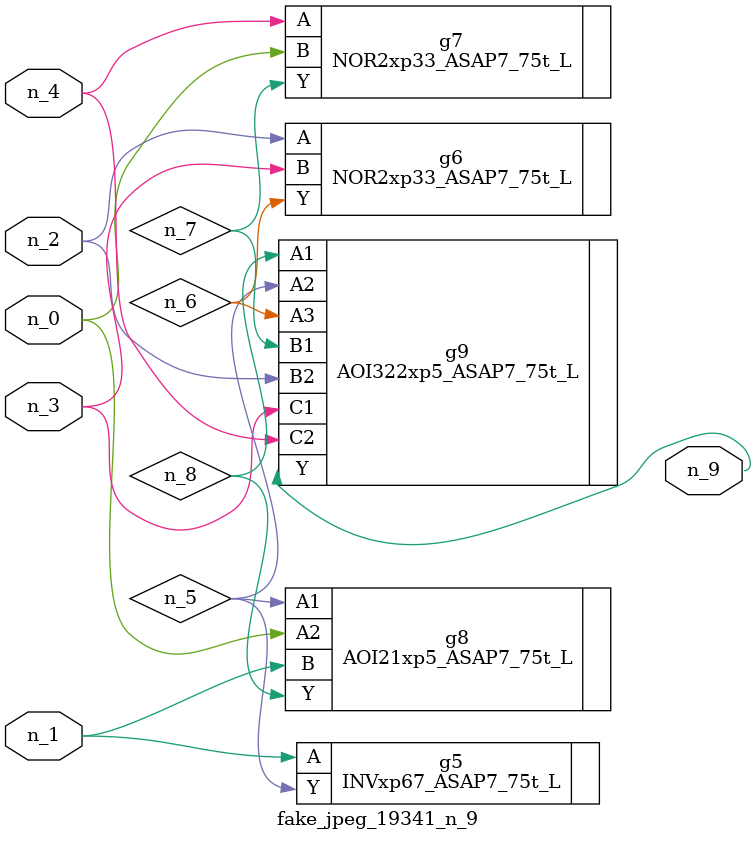
<source format=v>
module fake_jpeg_19341_n_9 (n_3, n_2, n_1, n_0, n_4, n_9);

input n_3;
input n_2;
input n_1;
input n_0;
input n_4;

output n_9;

wire n_8;
wire n_6;
wire n_5;
wire n_7;

INVxp67_ASAP7_75t_L g5 ( 
.A(n_1),
.Y(n_5)
);

NOR2xp33_ASAP7_75t_L g6 ( 
.A(n_2),
.B(n_3),
.Y(n_6)
);

NOR2xp33_ASAP7_75t_L g7 ( 
.A(n_4),
.B(n_0),
.Y(n_7)
);

AOI21xp5_ASAP7_75t_L g8 ( 
.A1(n_5),
.A2(n_0),
.B(n_1),
.Y(n_8)
);

AOI322xp5_ASAP7_75t_L g9 ( 
.A1(n_8),
.A2(n_5),
.A3(n_6),
.B1(n_7),
.B2(n_2),
.C1(n_3),
.C2(n_4),
.Y(n_9)
);


endmodule
</source>
